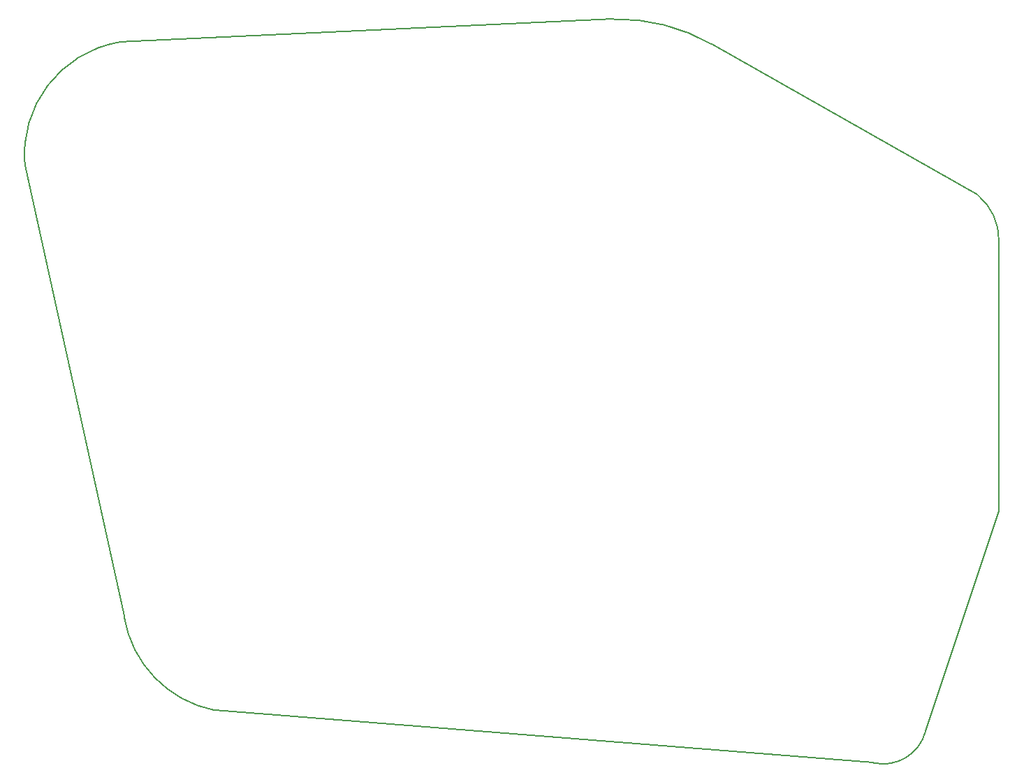
<source format=gbr>
G04 #@! TF.GenerationSoftware,KiCad,Pcbnew,6.0.0-d3dd2cf0fa~116~ubuntu20.04.1*
G04 #@! TF.CreationDate,2022-01-08T10:42:04-05:00*
G04 #@! TF.ProjectId,phantoma,7068616e-746f-46d6-912e-6b696361645f,0.1*
G04 #@! TF.SameCoordinates,Original*
G04 #@! TF.FileFunction,Profile,NP*
%FSLAX46Y46*%
G04 Gerber Fmt 4.6, Leading zero omitted, Abs format (unit mm)*
G04 Created by KiCad (PCBNEW 6.0.0-d3dd2cf0fa~116~ubuntu20.04.1) date 2022-01-08 10:42:04*
%MOMM*%
%LPD*%
G01*
G04 APERTURE LIST*
G04 #@! TA.AperFunction,Profile*
%ADD10C,0.150000*%
G04 #@! TD*
G04 APERTURE END LIST*
D10*
X143510000Y-61214000D02*
X143510000Y-93980000D01*
X37464999Y-106680000D02*
G75*
G03*
X48514000Y-118110000I13677359J2166097D01*
G01*
X36830000Y-37084000D02*
G75*
G03*
X25463500Y-52070000I2384145J-13611914D01*
G01*
X143510000Y-61214000D02*
G75*
G03*
X140970000Y-55626000I-7068099J158500D01*
G01*
X96774000Y-34290000D02*
X36830000Y-37084000D01*
X128270000Y-124460000D02*
X48514000Y-118110000D01*
X143510000Y-93980000D02*
X134620000Y-120650000D01*
X140970000Y-55626000D02*
X108712000Y-37338000D01*
X108712000Y-37338000D02*
G75*
G03*
X96774000Y-34290000I-11409144J-19783232D01*
G01*
X37465000Y-106680000D02*
X25463500Y-52070000D01*
X128270000Y-124460000D02*
G75*
G03*
X134620000Y-120650000I1218075J5166542D01*
G01*
M02*

</source>
